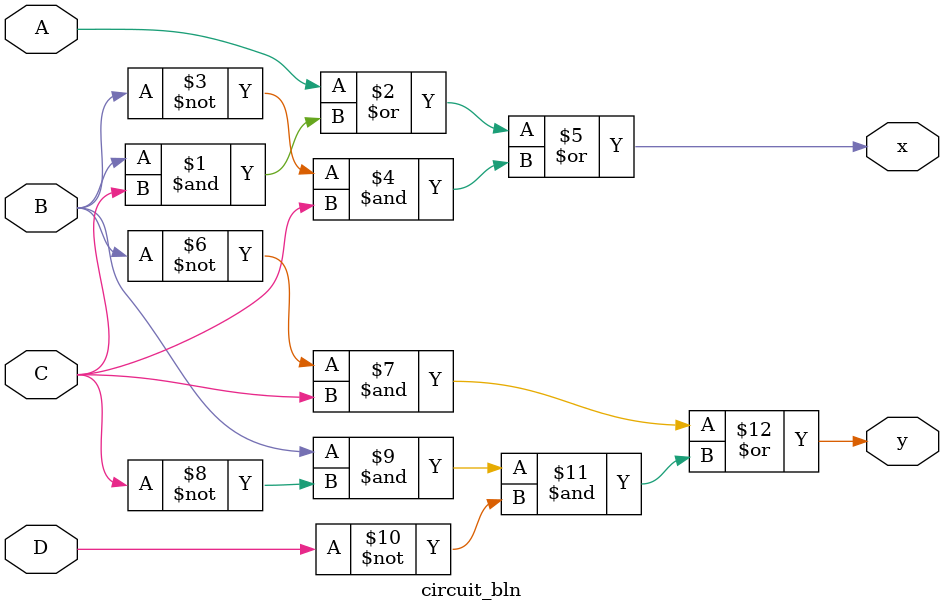
<source format=v>
module circuit_bln (x,y,A,B,C,D);
input A,B,C,D;
output x,y;
assign x = A | (B & C) | (~B & C);
assign y = (~B & C) | (B & ~C & ~D);
endmodule

</source>
